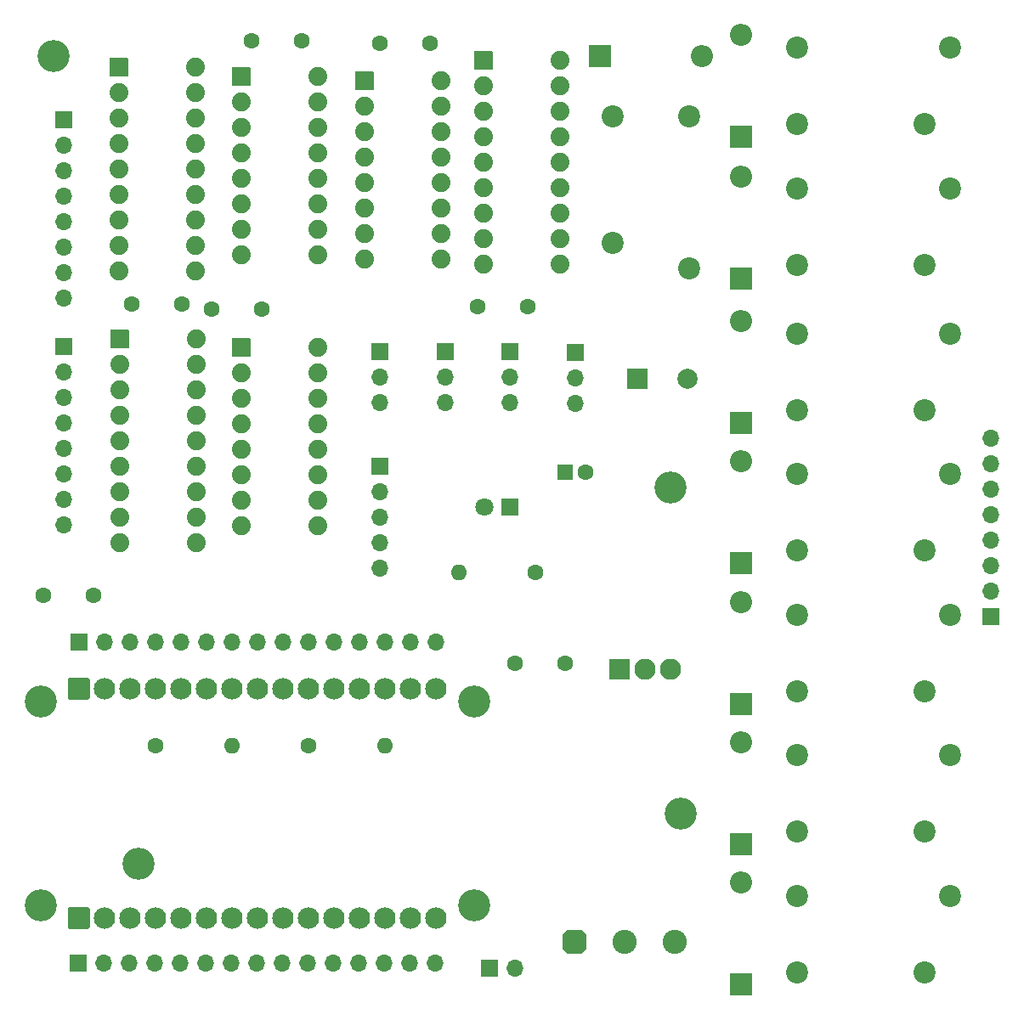
<source format=gbr>
%TF.GenerationSoftware,KiCad,Pcbnew,8.0.3*%
%TF.CreationDate,2024-07-07T19:39:03+08:00*%
%TF.ProjectId,V2.2 Mechanical Seven Segment Controller,56322e32-204d-4656-9368-616e6963616c,4*%
%TF.SameCoordinates,Original*%
%TF.FileFunction,Soldermask,Bot*%
%TF.FilePolarity,Negative*%
%FSLAX46Y46*%
G04 Gerber Fmt 4.6, Leading zero omitted, Abs format (unit mm)*
G04 Created by KiCad (PCBNEW 8.0.3) date 2024-07-07 19:39:03*
%MOMM*%
%LPD*%
G01*
G04 APERTURE LIST*
G04 Aperture macros list*
%AMRoundRect*
0 Rectangle with rounded corners*
0 $1 Rounding radius*
0 $2 $3 $4 $5 $6 $7 $8 $9 X,Y pos of 4 corners*
0 Add a 4 corners polygon primitive as box body*
4,1,4,$2,$3,$4,$5,$6,$7,$8,$9,$2,$3,0*
0 Add four circle primitives for the rounded corners*
1,1,$1+$1,$2,$3*
1,1,$1+$1,$4,$5*
1,1,$1+$1,$6,$7*
1,1,$1+$1,$8,$9*
0 Add four rect primitives between the rounded corners*
20,1,$1+$1,$2,$3,$4,$5,0*
20,1,$1+$1,$4,$5,$6,$7,0*
20,1,$1+$1,$6,$7,$8,$9,0*
20,1,$1+$1,$8,$9,$2,$3,0*%
%AMFreePoly0*
4,1,25,0.719954,1.182520,0.732125,1.172125,1.172125,0.732125,1.200744,0.675956,1.202000,0.660000,1.202000,-0.660000,1.182520,-0.719954,1.172125,-0.732125,0.732125,-1.172125,0.675956,-1.200744,0.660000,-1.202000,-0.660000,-1.202000,-0.719954,-1.182520,-0.732125,-1.172125,-1.172125,-0.732125,-1.200744,-0.675956,-1.202000,-0.660000,-1.202000,0.660000,-1.182520,0.719954,-1.172125,0.732125,
-0.732125,1.172125,-0.675956,1.200744,-0.660000,1.202000,0.660000,1.202000,0.719954,1.182520,0.719954,1.182520,$1*%
G04 Aperture macros list end*
%ADD10C,1.600000*%
%ADD11O,1.600000X1.600000*%
%ADD12RoundRect,0.102000X-0.838200X-0.838200X0.838200X-0.838200X0.838200X0.838200X-0.838200X0.838200X0*%
%ADD13C,1.880400*%
%ADD14C,2.200000*%
%ADD15C,2.404000*%
%ADD16FreePoly0,0.000000*%
%ADD17R,2.200000X2.200000*%
%ADD18O,2.200000X2.200000*%
%ADD19C,3.200000*%
%ADD20R,1.700000X1.700000*%
%ADD21O,1.700000X1.700000*%
%ADD22RoundRect,0.102000X-0.955000X-0.955000X0.955000X-0.955000X0.955000X0.955000X-0.955000X0.955000X0*%
%ADD23C,2.114000*%
%ADD24RoundRect,0.102000X0.965000X-0.965000X0.965000X0.965000X-0.965000X0.965000X-0.965000X-0.965000X0*%
%ADD25C,2.134000*%
%ADD26R,1.600000X1.600000*%
%ADD27R,1.800000X1.800000*%
%ADD28C,1.800000*%
%ADD29R,2.000000X2.000000*%
%ADD30C,2.000000*%
G04 APERTURE END LIST*
D10*
%TO.C,R3*%
X89880000Y-113250000D03*
D11*
X97500000Y-113250000D03*
%TD*%
D12*
%TO.C,U6*%
X95500000Y-47000000D03*
D13*
X95500000Y-49540000D03*
X95500000Y-52080000D03*
X95500000Y-54620000D03*
X95500000Y-57160000D03*
X95500000Y-59700000D03*
X95500000Y-62240000D03*
X95500000Y-64780000D03*
X103120000Y-64780000D03*
X103120000Y-62240000D03*
X103120000Y-59700000D03*
X103120000Y-57160000D03*
X103120000Y-54620000D03*
X103120000Y-52080000D03*
X103120000Y-49540000D03*
X103120000Y-47000000D03*
%TD*%
D10*
%TO.C,R2*%
X74690000Y-113250000D03*
D11*
X82310000Y-113250000D03*
%TD*%
D14*
%TO.C,K4*%
X153800000Y-86200000D03*
X151260000Y-93820000D03*
X138600000Y-86200000D03*
X138600000Y-93820000D03*
%TD*%
D12*
%TO.C,U4*%
X83194400Y-46570600D03*
D13*
X83194400Y-49110600D03*
X83194400Y-51650600D03*
X83194400Y-54190600D03*
X83194400Y-56730600D03*
X83194400Y-59270600D03*
X83194400Y-61810600D03*
X83194400Y-64350600D03*
X90814400Y-64350600D03*
X90814400Y-61810600D03*
X90814400Y-59270600D03*
X90814400Y-56730600D03*
X90814400Y-54190600D03*
X90814400Y-51650600D03*
X90814400Y-49110600D03*
X90814400Y-46570600D03*
%TD*%
D10*
%TO.C,C6*%
X72250000Y-69250000D03*
X77250000Y-69250000D03*
%TD*%
D15*
%TO.C,J11*%
X126400000Y-132800000D03*
X121400000Y-132800000D03*
D16*
X116400000Y-132800000D03*
%TD*%
D12*
%TO.C,U3*%
X71000000Y-45620000D03*
D13*
X71000000Y-48160000D03*
X71000000Y-50700000D03*
X71000000Y-53240000D03*
X71000000Y-55780000D03*
X71000000Y-58320000D03*
X71000000Y-60860000D03*
X70991200Y-63401200D03*
X70991200Y-65941200D03*
X78611200Y-65941200D03*
X78611200Y-63401200D03*
X78620000Y-60860000D03*
X78620000Y-58320000D03*
X78620000Y-55780000D03*
X78620000Y-53240000D03*
X78620000Y-50700000D03*
X78620000Y-48160000D03*
X78620000Y-45620000D03*
%TD*%
D17*
%TO.C,D3*%
X133000000Y-81080000D03*
D18*
X133000000Y-70920000D03*
%TD*%
D19*
%TO.C,*%
X64500000Y-44500000D03*
%TD*%
D20*
%TO.C,F1*%
X107925000Y-135400000D03*
D21*
X110465000Y-135400000D03*
%TD*%
D14*
%TO.C,K2*%
X153800000Y-57700000D03*
X151260000Y-65320000D03*
X138600000Y-57700000D03*
X138600000Y-65320000D03*
%TD*%
D17*
%TO.C,D4*%
X133000000Y-95080000D03*
D18*
X133000000Y-84920000D03*
%TD*%
D19*
%TO.C,*%
X126000000Y-87500000D03*
%TD*%
D22*
%TO.C,U7*%
X120900000Y-105605000D03*
D23*
X123450000Y-105605000D03*
X126000000Y-105605000D03*
%TD*%
D19*
%TO.C,A1*%
X63190000Y-129160000D03*
X106370000Y-129160000D03*
X63190000Y-108840000D03*
X106370000Y-108840000D03*
D24*
X67000000Y-130430000D03*
D25*
X69540000Y-130430000D03*
X72080000Y-130430000D03*
X74620000Y-130430000D03*
X77160000Y-130430000D03*
X79700000Y-130430000D03*
X82240000Y-130430000D03*
X84780000Y-130430000D03*
X87320000Y-130430000D03*
X89860000Y-130430000D03*
X92400000Y-130430000D03*
X94940000Y-130430000D03*
X97480000Y-130430000D03*
X100020000Y-130430000D03*
X102560000Y-130430000D03*
D24*
X67000000Y-107570000D03*
D25*
X69540000Y-107570000D03*
X72080000Y-107570000D03*
X74620000Y-107570000D03*
X77160000Y-107570000D03*
X79700000Y-107570000D03*
X82240000Y-107570000D03*
X84780000Y-107570000D03*
X87320000Y-107570000D03*
X89860000Y-107570000D03*
X92400000Y-107570000D03*
X94940000Y-107570000D03*
X97480000Y-107570000D03*
X100020000Y-107570000D03*
X102560000Y-107570000D03*
%TD*%
D20*
%TO.C,J8*%
X157900000Y-100360000D03*
D21*
X157900000Y-97820000D03*
X157900000Y-95280000D03*
X157900000Y-92740000D03*
X157900000Y-90200000D03*
X157900000Y-87660000D03*
X157900000Y-85120000D03*
X157900000Y-82580000D03*
%TD*%
D20*
%TO.C,J4*%
X97000000Y-74000000D03*
D21*
X97000000Y-76540000D03*
X97000000Y-79080000D03*
%TD*%
D26*
%TO.C,C3*%
X115500000Y-86000000D03*
D10*
X117500000Y-86000000D03*
%TD*%
D20*
%TO.C,J9*%
X67000000Y-102930000D03*
D21*
X69540000Y-102930000D03*
X72080000Y-102930000D03*
X74620000Y-102930000D03*
X77160000Y-102930000D03*
X79700000Y-102930000D03*
X82240000Y-102930000D03*
X84780000Y-102930000D03*
X87320000Y-102930000D03*
X89860000Y-102930000D03*
X92400000Y-102930000D03*
X94940000Y-102930000D03*
X97480000Y-102930000D03*
X100020000Y-102930000D03*
X102560000Y-102930000D03*
%TD*%
D12*
%TO.C,U1*%
X71100000Y-72720000D03*
D13*
X71100000Y-75260000D03*
X71100000Y-77800000D03*
X71100000Y-80340000D03*
X71100000Y-82880000D03*
X71100000Y-85420000D03*
X71100000Y-87960000D03*
X71091200Y-90501200D03*
X71091200Y-93041200D03*
X78711200Y-93041200D03*
X78711200Y-90501200D03*
X78720000Y-87960000D03*
X78720000Y-85420000D03*
X78720000Y-82880000D03*
X78720000Y-80340000D03*
X78720000Y-77800000D03*
X78720000Y-75260000D03*
X78720000Y-72720000D03*
%TD*%
D20*
%TO.C,J10*%
X97000000Y-85380000D03*
D21*
X97000000Y-87920000D03*
X97000000Y-90460000D03*
X97000000Y-93000000D03*
X97000000Y-95540000D03*
%TD*%
D17*
%TO.C,D1*%
X133000000Y-52580000D03*
D18*
X133000000Y-42420000D03*
%TD*%
D10*
%TO.C,C7*%
X106750000Y-69500000D03*
X111750000Y-69500000D03*
%TD*%
D17*
%TO.C,D2*%
X133000000Y-66660000D03*
D18*
X133000000Y-56500000D03*
%TD*%
D10*
%TO.C,C8*%
X84250000Y-43000000D03*
X89250000Y-43000000D03*
%TD*%
%TO.C,C9*%
X97000000Y-43250000D03*
X102000000Y-43250000D03*
%TD*%
D14*
%TO.C,K8*%
X127800000Y-65700000D03*
X120180000Y-63160000D03*
X127800000Y-50500000D03*
X120180000Y-50500000D03*
%TD*%
D10*
%TO.C,R1*%
X112500000Y-96000000D03*
D11*
X104880000Y-96000000D03*
%TD*%
D14*
%TO.C,K5*%
X153800000Y-100200000D03*
X151260000Y-107820000D03*
X138600000Y-100200000D03*
X138600000Y-107820000D03*
%TD*%
D20*
%TO.C,J7*%
X65500000Y-50840000D03*
D21*
X65500000Y-53380000D03*
X65500000Y-55920000D03*
X65500000Y-58460000D03*
X65500000Y-61000000D03*
X65500000Y-63540000D03*
X65500000Y-66080000D03*
X65500000Y-68620000D03*
%TD*%
D20*
%TO.C,J1*%
X103500000Y-74000000D03*
D21*
X103500000Y-76540000D03*
X103500000Y-79080000D03*
%TD*%
D10*
%TO.C,C5*%
X63500000Y-98250000D03*
X68500000Y-98250000D03*
%TD*%
%TO.C,C4*%
X115500000Y-105000000D03*
X110500000Y-105000000D03*
%TD*%
D20*
%TO.C,J5*%
X65504400Y-73460600D03*
D21*
X65504400Y-76000600D03*
X65504400Y-78540600D03*
X65504400Y-81080600D03*
X65504400Y-83620600D03*
X65504400Y-86160600D03*
X65504400Y-88700600D03*
X65504400Y-91240600D03*
%TD*%
D19*
%TO.C,*%
X127000000Y-120000000D03*
%TD*%
D20*
%TO.C,J6*%
X66990000Y-134930000D03*
D21*
X69530000Y-134930000D03*
X72070000Y-134930000D03*
X74610000Y-134930000D03*
X77150000Y-134930000D03*
X79690000Y-134930000D03*
X82230000Y-134930000D03*
X84770000Y-134930000D03*
X87310000Y-134930000D03*
X89850000Y-134930000D03*
X92390000Y-134930000D03*
X94930000Y-134930000D03*
X97470000Y-134930000D03*
X100010000Y-134930000D03*
X102550000Y-134930000D03*
%TD*%
D17*
%TO.C,D7*%
X133000000Y-137080000D03*
D18*
X133000000Y-126920000D03*
%TD*%
D17*
%TO.C,D5*%
X133000000Y-109080000D03*
D18*
X133000000Y-98920000D03*
%TD*%
D17*
%TO.C,D6*%
X133000000Y-123080000D03*
D18*
X133000000Y-112920000D03*
%TD*%
D20*
%TO.C,J2*%
X116500000Y-74040000D03*
D21*
X116500000Y-76580000D03*
X116500000Y-79120000D03*
%TD*%
D10*
%TO.C,C2*%
X80250000Y-69750000D03*
X85250000Y-69750000D03*
%TD*%
D27*
%TO.C,D9*%
X110000000Y-89500000D03*
D28*
X107460000Y-89500000D03*
%TD*%
D17*
%TO.C,D8*%
X118920000Y-44500000D03*
D18*
X129080000Y-44500000D03*
%TD*%
D19*
%TO.C,*%
X73000000Y-125000000D03*
%TD*%
D14*
%TO.C,K1*%
X153800000Y-43700000D03*
X151260000Y-51320000D03*
X138600000Y-43700000D03*
X138600000Y-51320000D03*
%TD*%
%TO.C,K3*%
X153800000Y-72200000D03*
X151260000Y-79820000D03*
X138600000Y-72200000D03*
X138600000Y-79820000D03*
%TD*%
D29*
%TO.C,C1*%
X122632300Y-76700000D03*
D30*
X127632300Y-76700000D03*
%TD*%
D20*
%TO.C,J3*%
X110000000Y-74000000D03*
D21*
X110000000Y-76540000D03*
X110000000Y-79080000D03*
%TD*%
D12*
%TO.C,U5*%
X107314400Y-44920000D03*
D13*
X107314400Y-47460000D03*
X107314400Y-50000000D03*
X107314400Y-52540000D03*
X107314400Y-55080000D03*
X107314400Y-57620000D03*
X107314400Y-60160000D03*
X107305600Y-62701200D03*
X107305600Y-65241200D03*
X114925600Y-65241200D03*
X114925600Y-62701200D03*
X114934400Y-60160000D03*
X114934400Y-57620000D03*
X114934400Y-55080000D03*
X114934400Y-52540000D03*
X114934400Y-50000000D03*
X114934400Y-47460000D03*
X114934400Y-44920000D03*
%TD*%
D12*
%TO.C,U2*%
X83194400Y-73570600D03*
D13*
X83194400Y-76110600D03*
X83194400Y-78650600D03*
X83194400Y-81190600D03*
X83194400Y-83730600D03*
X83194400Y-86270600D03*
X83194400Y-88810600D03*
X83194400Y-91350600D03*
X90814400Y-91350600D03*
X90814400Y-88810600D03*
X90814400Y-86270600D03*
X90814400Y-83730600D03*
X90814400Y-81190600D03*
X90814400Y-78650600D03*
X90814400Y-76110600D03*
X90814400Y-73570600D03*
%TD*%
D14*
%TO.C,K6*%
X153800000Y-114200000D03*
X151260000Y-121820000D03*
X138600000Y-114200000D03*
X138600000Y-121820000D03*
%TD*%
%TO.C,K7*%
X153800000Y-128200000D03*
X151260000Y-135820000D03*
X138600000Y-128200000D03*
X138600000Y-135820000D03*
%TD*%
M02*

</source>
